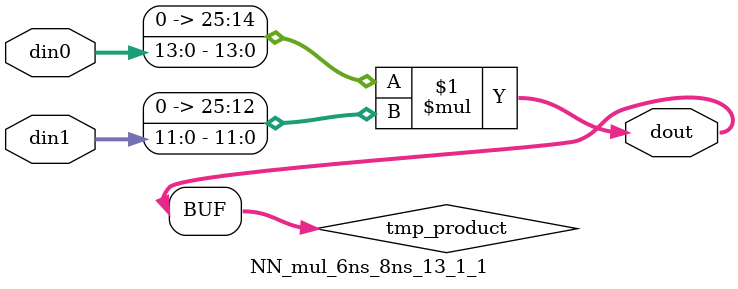
<source format=v>

`timescale 1 ns / 1 ps

 module NN_mul_6ns_8ns_13_1_1(din0, din1, dout);
parameter ID = 1;
parameter NUM_STAGE = 0;
parameter din0_WIDTH = 14;
parameter din1_WIDTH = 12;
parameter dout_WIDTH = 26;

input [din0_WIDTH - 1 : 0] din0; 
input [din1_WIDTH - 1 : 0] din1; 
output [dout_WIDTH - 1 : 0] dout;

wire signed [dout_WIDTH - 1 : 0] tmp_product;
























assign tmp_product = $signed({1'b0, din0}) * $signed({1'b0, din1});











assign dout = tmp_product;





















endmodule

</source>
